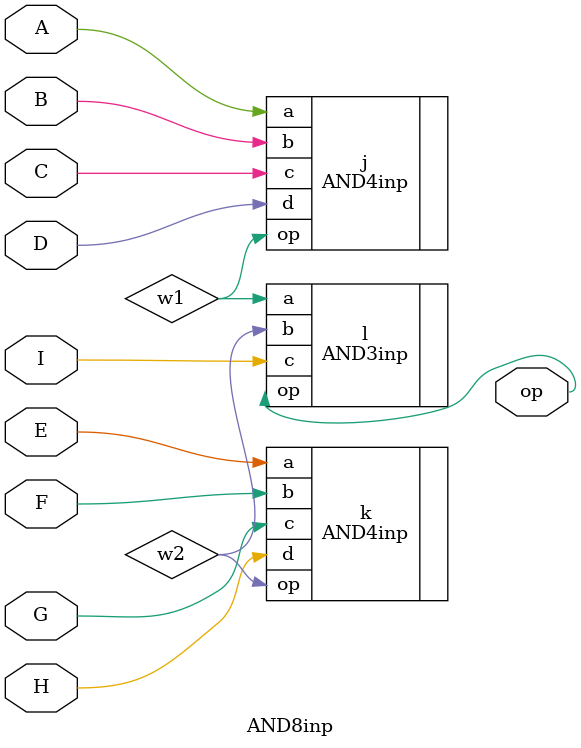
<source format=v>
`timescale 1ns / 1ps


module AND8inp(
    input A,
    input B,
    input C,
    input D,
    input E,
    input F,
    input G,
    input H,
    input I,
    output op
    );
    wire w1,w2;
    AND4inp j(.a(A), .b(B), .c(C), .d(D), .op(w1));
    AND4inp k(.a(E), .b(F), .c(G), .d(H), .op(w2));
    AND3inp l(.a(w1), .b(w2), .c(I), .op(op));
endmodule

</source>
